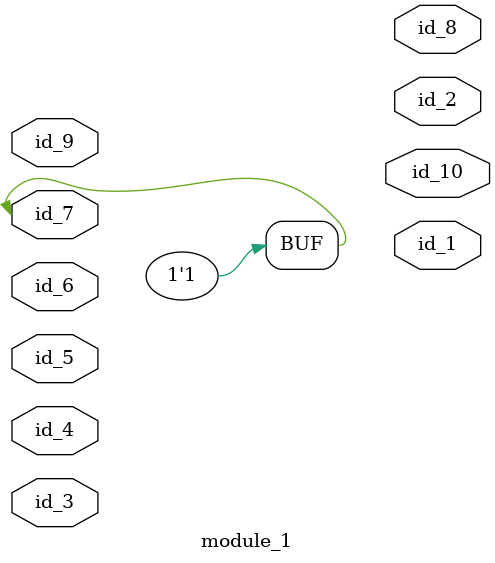
<source format=v>
module module_0 (
    id_1,
    id_2,
    id_3
);
  inout id_3;
  inout id_2;
  output id_1;
endmodule
module module_1 (
    id_1,
    id_2,
    id_3,
    id_4,
    id_5,
    id_6,
    id_7,
    id_8,
    id_9,
    id_10
);
  output id_10;
  inout id_9;
  output id_8;
  inout id_7;
  input id_6;
  input id_5;
  input id_4;
  inout id_3;
  output id_2;
  output id_1;
  assign id_7 = 1;
endmodule

</source>
